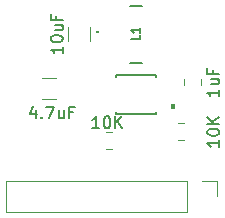
<source format=gbr>
G04 #@! TF.GenerationSoftware,KiCad,Pcbnew,(5.1.4)-1*
G04 #@! TF.CreationDate,2019-12-05T12:54:36-06:00*
G04 #@! TF.ProjectId,LTC3388_v004,4c544333-3338-4385-9f76-3030342e6b69,rev?*
G04 #@! TF.SameCoordinates,Original*
G04 #@! TF.FileFunction,Legend,Top*
G04 #@! TF.FilePolarity,Positive*
%FSLAX46Y46*%
G04 Gerber Fmt 4.6, Leading zero omitted, Abs format (unit mm)*
G04 Created by KiCad (PCBNEW (5.1.4)-1) date 2019-12-05 12:54:36*
%MOMM*%
%LPD*%
G04 APERTURE LIST*
%ADD10C,0.025400*%
%ADD11C,0.152400*%
%ADD12C,0.120000*%
%ADD13C,0.200000*%
%ADD14C,0.254000*%
%ADD15C,0.150000*%
%ADD16C,0.187500*%
G04 APERTURE END LIST*
D10*
G36*
X162508000Y-101521260D02*
G01*
X162508000Y-101140259D01*
X162762000Y-101140259D01*
X162762000Y-101521260D01*
X162508000Y-101521260D01*
G37*
X162508000Y-101521260D02*
X162508000Y-101140259D01*
X162762000Y-101140259D01*
X162762000Y-101521260D01*
X162508000Y-101521260D01*
D11*
X161188400Y-102006400D02*
X161188400Y-101803200D01*
X157835600Y-102006400D02*
X161188400Y-102006400D01*
X157835600Y-98653600D02*
X157835600Y-98856800D01*
X161188400Y-98653600D02*
X157835600Y-98653600D01*
X161188400Y-98856800D02*
X161188400Y-98653600D01*
X157835600Y-101803200D02*
X157835600Y-102006400D01*
D12*
X148530000Y-107636000D02*
X148530000Y-110296000D01*
X163830000Y-107636000D02*
X148530000Y-107636000D01*
X163830000Y-110296000D02*
X148530000Y-110296000D01*
X163830000Y-107636000D02*
X163830000Y-110296000D01*
X165100000Y-107636000D02*
X166430000Y-107636000D01*
X166430000Y-107636000D02*
X166430000Y-108966000D01*
X153776000Y-94611436D02*
X153776000Y-95815564D01*
X155596000Y-94611436D02*
X155596000Y-95815564D01*
X165048000Y-99052748D02*
X165048000Y-99575252D01*
X163628000Y-99052748D02*
X163628000Y-99575252D01*
X152784564Y-100732000D02*
X151580436Y-100732000D01*
X152784564Y-98912000D02*
X151580436Y-98912000D01*
D13*
X159038000Y-92850000D02*
X160022000Y-92850000D01*
X159038000Y-97650000D02*
X160022000Y-97650000D01*
D14*
X156273420Y-95045000D02*
G75*
G03X156273420Y-95045000I-43420J0D01*
G01*
D12*
X163060748Y-102795000D02*
X163583252Y-102795000D01*
X163060748Y-104215000D02*
X163583252Y-104215000D01*
X157478252Y-103557000D02*
X156955748Y-103557000D01*
X157478252Y-104977000D02*
X156955748Y-104977000D01*
D15*
X153318380Y-96284928D02*
X153318380Y-96856357D01*
X153318380Y-96570642D02*
X152318380Y-96570642D01*
X152461238Y-96665880D01*
X152556476Y-96761119D01*
X152604095Y-96856357D01*
X152318380Y-95665880D02*
X152318380Y-95570642D01*
X152366000Y-95475404D01*
X152413619Y-95427785D01*
X152508857Y-95380166D01*
X152699333Y-95332547D01*
X152937428Y-95332547D01*
X153127904Y-95380166D01*
X153223142Y-95427785D01*
X153270761Y-95475404D01*
X153318380Y-95570642D01*
X153318380Y-95665880D01*
X153270761Y-95761119D01*
X153223142Y-95808738D01*
X153127904Y-95856357D01*
X152937428Y-95903976D01*
X152699333Y-95903976D01*
X152508857Y-95856357D01*
X152413619Y-95808738D01*
X152366000Y-95761119D01*
X152318380Y-95665880D01*
X152651714Y-94475404D02*
X153318380Y-94475404D01*
X152651714Y-94903976D02*
X153175523Y-94903976D01*
X153270761Y-94856357D01*
X153318380Y-94761119D01*
X153318380Y-94618261D01*
X153270761Y-94523023D01*
X153223142Y-94475404D01*
X152794571Y-93665880D02*
X152794571Y-93999214D01*
X153318380Y-93999214D02*
X152318380Y-93999214D01*
X152318380Y-93523023D01*
X166542980Y-99921938D02*
X166542980Y-100493366D01*
X166542980Y-100207652D02*
X165542980Y-100207652D01*
X165685838Y-100302890D01*
X165781076Y-100398128D01*
X165828695Y-100493366D01*
X165876314Y-99064795D02*
X166542980Y-99064795D01*
X165876314Y-99493366D02*
X166400123Y-99493366D01*
X166495361Y-99445747D01*
X166542980Y-99350509D01*
X166542980Y-99207652D01*
X166495361Y-99112414D01*
X166447742Y-99064795D01*
X166019171Y-98255271D02*
X166019171Y-98588604D01*
X166542980Y-98588604D02*
X165542980Y-98588604D01*
X165542980Y-98112414D01*
X151033338Y-101690514D02*
X151033338Y-102357180D01*
X150795242Y-101309561D02*
X150557147Y-102023847D01*
X151176195Y-102023847D01*
X151557147Y-102261942D02*
X151604766Y-102309561D01*
X151557147Y-102357180D01*
X151509528Y-102309561D01*
X151557147Y-102261942D01*
X151557147Y-102357180D01*
X151938100Y-101357180D02*
X152604766Y-101357180D01*
X152176195Y-102357180D01*
X153414290Y-101690514D02*
X153414290Y-102357180D01*
X152985719Y-101690514D02*
X152985719Y-102214323D01*
X153033338Y-102309561D01*
X153128576Y-102357180D01*
X153271433Y-102357180D01*
X153366671Y-102309561D01*
X153414290Y-102261942D01*
X154223814Y-101833371D02*
X153890480Y-101833371D01*
X153890480Y-102357180D02*
X153890480Y-101357180D01*
X154366671Y-101357180D01*
D16*
X159863985Y-95311500D02*
X159863985Y-95668642D01*
X159113985Y-95668642D01*
X159863985Y-94668642D02*
X159863985Y-95097214D01*
X159863985Y-94882928D02*
X159113985Y-94882928D01*
X159221128Y-94954357D01*
X159292557Y-95025785D01*
X159328271Y-95097214D01*
D15*
X166568380Y-104195476D02*
X166568380Y-104766904D01*
X166568380Y-104481190D02*
X165568380Y-104481190D01*
X165711238Y-104576428D01*
X165806476Y-104671666D01*
X165854095Y-104766904D01*
X165568380Y-103576428D02*
X165568380Y-103481190D01*
X165616000Y-103385952D01*
X165663619Y-103338333D01*
X165758857Y-103290714D01*
X165949333Y-103243095D01*
X166187428Y-103243095D01*
X166377904Y-103290714D01*
X166473142Y-103338333D01*
X166520761Y-103385952D01*
X166568380Y-103481190D01*
X166568380Y-103576428D01*
X166520761Y-103671666D01*
X166473142Y-103719285D01*
X166377904Y-103766904D01*
X166187428Y-103814523D01*
X165949333Y-103814523D01*
X165758857Y-103766904D01*
X165663619Y-103719285D01*
X165616000Y-103671666D01*
X165568380Y-103576428D01*
X166568380Y-102814523D02*
X165568380Y-102814523D01*
X166568380Y-102243095D02*
X165996952Y-102671666D01*
X165568380Y-102243095D02*
X166139809Y-102814523D01*
X156408523Y-103195380D02*
X155837095Y-103195380D01*
X156122809Y-103195380D02*
X156122809Y-102195380D01*
X156027571Y-102338238D01*
X155932333Y-102433476D01*
X155837095Y-102481095D01*
X157027571Y-102195380D02*
X157122809Y-102195380D01*
X157218047Y-102243000D01*
X157265666Y-102290619D01*
X157313285Y-102385857D01*
X157360904Y-102576333D01*
X157360904Y-102814428D01*
X157313285Y-103004904D01*
X157265666Y-103100142D01*
X157218047Y-103147761D01*
X157122809Y-103195380D01*
X157027571Y-103195380D01*
X156932333Y-103147761D01*
X156884714Y-103100142D01*
X156837095Y-103004904D01*
X156789476Y-102814428D01*
X156789476Y-102576333D01*
X156837095Y-102385857D01*
X156884714Y-102290619D01*
X156932333Y-102243000D01*
X157027571Y-102195380D01*
X157789476Y-103195380D02*
X157789476Y-102195380D01*
X158360904Y-103195380D02*
X157932333Y-102623952D01*
X158360904Y-102195380D02*
X157789476Y-102766809D01*
M02*

</source>
